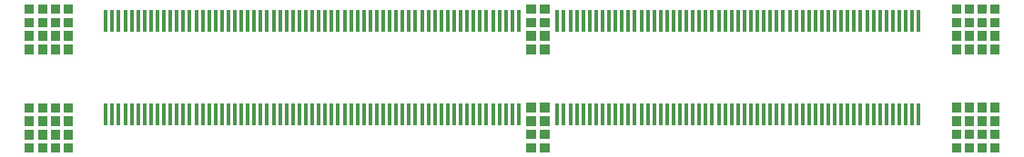
<source format=gbr>
G04 #@! TF.GenerationSoftware,KiCad,Pcbnew,5.1.5+dfsg1-2build2*
G04 #@! TF.CreationDate,2022-05-25T15:14:24+02:00*
G04 #@! TF.ProjectId,ModulAdapter,4d6f6475-6c41-4646-9170-7465722e6b69,rev?*
G04 #@! TF.SameCoordinates,Original*
G04 #@! TF.FileFunction,Paste,Top*
G04 #@! TF.FilePolarity,Positive*
%FSLAX46Y46*%
G04 Gerber Fmt 4.6, Leading zero omitted, Abs format (unit mm)*
G04 Created by KiCad (PCBNEW 5.1.5+dfsg1-2build2) date 2022-05-25 15:14:24*
%MOMM*%
%LPD*%
G04 APERTURE LIST*
%ADD10C,0.100000*%
%ADD11R,0.350000X2.000000*%
G04 APERTURE END LIST*
D10*
G36*
X102601000Y-117748500D02*
G01*
X103520000Y-117748500D01*
X103520000Y-118632200D01*
X102601000Y-118632200D01*
X102601000Y-117748500D01*
G37*
G36*
X102601000Y-116498500D02*
G01*
X103520000Y-116498500D01*
X103520000Y-117382200D01*
X102601000Y-117382200D01*
X102601000Y-116498500D01*
G37*
G36*
X101301000Y-118998500D02*
G01*
X102220000Y-118998500D01*
X102220000Y-119882200D01*
X101301000Y-119882200D01*
X101301000Y-118998500D01*
G37*
G36*
X101301000Y-116498500D02*
G01*
X102220000Y-116498500D01*
X102220000Y-117382200D01*
X101301000Y-117382200D01*
X101301000Y-116498500D01*
G37*
G36*
X101301000Y-117748500D02*
G01*
X102220000Y-117748500D01*
X102220000Y-118632200D01*
X101301000Y-118632200D01*
X101301000Y-117748500D01*
G37*
G36*
X101301000Y-120248500D02*
G01*
X102220000Y-120248500D01*
X102220000Y-121132200D01*
X101301000Y-121132200D01*
X101301000Y-120248500D01*
G37*
G36*
X102601000Y-118998500D02*
G01*
X103520000Y-118998500D01*
X103520000Y-119882200D01*
X102601000Y-119882200D01*
X102601000Y-118998500D01*
G37*
G36*
X102601000Y-120248500D02*
G01*
X103520000Y-120248500D01*
X103520000Y-121132200D01*
X102601000Y-121132200D01*
X102601000Y-120248500D01*
G37*
G36*
X101291000Y-125688500D02*
G01*
X102210000Y-125688500D01*
X102210000Y-126572200D01*
X101291000Y-126572200D01*
X101291000Y-125688500D01*
G37*
G36*
X101291000Y-126938500D02*
G01*
X102210000Y-126938500D01*
X102210000Y-127822200D01*
X101291000Y-127822200D01*
X101291000Y-126938500D01*
G37*
G36*
X102591000Y-125688500D02*
G01*
X103510000Y-125688500D01*
X103510000Y-126572200D01*
X102591000Y-126572200D01*
X102591000Y-125688500D01*
G37*
G36*
X102591000Y-126938500D02*
G01*
X103510000Y-126938500D01*
X103510000Y-127822200D01*
X102591000Y-127822200D01*
X102591000Y-126938500D01*
G37*
G36*
X101291000Y-128188500D02*
G01*
X102210000Y-128188500D01*
X102210000Y-129072200D01*
X101291000Y-129072200D01*
X101291000Y-128188500D01*
G37*
G36*
X102591000Y-128188500D02*
G01*
X103510000Y-128188500D01*
X103510000Y-129072200D01*
X102591000Y-129072200D01*
X102591000Y-128188500D01*
G37*
G36*
X102591000Y-129438500D02*
G01*
X103510000Y-129438500D01*
X103510000Y-130322200D01*
X102591000Y-130322200D01*
X102591000Y-129438500D01*
G37*
G36*
X101291000Y-129438500D02*
G01*
X102210000Y-129438500D01*
X102210000Y-130322200D01*
X101291000Y-130322200D01*
X101291000Y-129438500D01*
G37*
G36*
X57071500Y-118997000D02*
G01*
X57920000Y-118997000D01*
X57920000Y-119880000D01*
X57071500Y-119880000D01*
X57071500Y-118997000D01*
G37*
G36*
X57071500Y-120247000D02*
G01*
X57920000Y-120247000D01*
X57920000Y-121130000D01*
X57071500Y-121130000D01*
X57071500Y-120247000D01*
G37*
G36*
X55871500Y-117747000D02*
G01*
X56720000Y-117747000D01*
X56720000Y-118630000D01*
X55871500Y-118630000D01*
X55871500Y-117747000D01*
G37*
G36*
X58271500Y-116497000D02*
G01*
X59120000Y-116497000D01*
X59120000Y-117380000D01*
X58271500Y-117380000D01*
X58271500Y-116497000D01*
G37*
G36*
X55871500Y-118997000D02*
G01*
X56720000Y-118997000D01*
X56720000Y-119880000D01*
X55871500Y-119880000D01*
X55871500Y-118997000D01*
G37*
G36*
X54671500Y-117747000D02*
G01*
X55520000Y-117747000D01*
X55520000Y-118630000D01*
X54671500Y-118630000D01*
X54671500Y-117747000D01*
G37*
G36*
X54671500Y-118997000D02*
G01*
X55520000Y-118997000D01*
X55520000Y-119880000D01*
X54671500Y-119880000D01*
X54671500Y-118997000D01*
G37*
G36*
X55871500Y-116497000D02*
G01*
X56720000Y-116497000D01*
X56720000Y-117380000D01*
X55871500Y-117380000D01*
X55871500Y-116497000D01*
G37*
G36*
X55871500Y-120247000D02*
G01*
X56720000Y-120247000D01*
X56720000Y-121130000D01*
X55871500Y-121130000D01*
X55871500Y-120247000D01*
G37*
G36*
X57071500Y-116497000D02*
G01*
X57920000Y-116497000D01*
X57920000Y-117380000D01*
X57071500Y-117380000D01*
X57071500Y-116497000D01*
G37*
G36*
X58271500Y-120247000D02*
G01*
X59120000Y-120247000D01*
X59120000Y-121130000D01*
X58271500Y-121130000D01*
X58271500Y-120247000D01*
G37*
G36*
X54671500Y-120247000D02*
G01*
X55520000Y-120247000D01*
X55520000Y-121130000D01*
X54671500Y-121130000D01*
X54671500Y-120247000D01*
G37*
G36*
X54671500Y-116497000D02*
G01*
X55520000Y-116497000D01*
X55520000Y-117380000D01*
X54671500Y-117380000D01*
X54671500Y-116497000D01*
G37*
G36*
X58271500Y-117747000D02*
G01*
X59120000Y-117747000D01*
X59120000Y-118630000D01*
X58271500Y-118630000D01*
X58271500Y-117747000D01*
G37*
G36*
X57071500Y-117747000D02*
G01*
X57920000Y-117747000D01*
X57920000Y-118630000D01*
X57071500Y-118630000D01*
X57071500Y-117747000D01*
G37*
G36*
X58271500Y-118997000D02*
G01*
X59120000Y-118997000D01*
X59120000Y-119880000D01*
X58271500Y-119880000D01*
X58271500Y-118997000D01*
G37*
G36*
X55871500Y-125697000D02*
G01*
X56720000Y-125697000D01*
X56720000Y-126580000D01*
X55871500Y-126580000D01*
X55871500Y-125697000D01*
G37*
G36*
X58271500Y-125697000D02*
G01*
X59120000Y-125697000D01*
X59120000Y-126580000D01*
X58271500Y-126580000D01*
X58271500Y-125697000D01*
G37*
G36*
X54671500Y-125697000D02*
G01*
X55520000Y-125697000D01*
X55520000Y-126580000D01*
X54671500Y-126580000D01*
X54671500Y-125697000D01*
G37*
G36*
X57071500Y-125697000D02*
G01*
X57920000Y-125697000D01*
X57920000Y-126580000D01*
X57071500Y-126580000D01*
X57071500Y-125697000D01*
G37*
G36*
X55871500Y-126947000D02*
G01*
X56720000Y-126947000D01*
X56720000Y-127830000D01*
X55871500Y-127830000D01*
X55871500Y-126947000D01*
G37*
G36*
X58271500Y-126947000D02*
G01*
X59120000Y-126947000D01*
X59120000Y-127830000D01*
X58271500Y-127830000D01*
X58271500Y-126947000D01*
G37*
G36*
X57071500Y-126947000D02*
G01*
X57920000Y-126947000D01*
X57920000Y-127830000D01*
X57071500Y-127830000D01*
X57071500Y-126947000D01*
G37*
G36*
X54671500Y-126947000D02*
G01*
X55520000Y-126947000D01*
X55520000Y-127830000D01*
X54671500Y-127830000D01*
X54671500Y-126947000D01*
G37*
G36*
X55871500Y-128197000D02*
G01*
X56720000Y-128197000D01*
X56720000Y-129080000D01*
X55871500Y-129080000D01*
X55871500Y-128197000D01*
G37*
G36*
X57071500Y-128197000D02*
G01*
X57920000Y-128197000D01*
X57920000Y-129080000D01*
X57071500Y-129080000D01*
X57071500Y-128197000D01*
G37*
G36*
X58271500Y-128197000D02*
G01*
X59120000Y-128197000D01*
X59120000Y-129080000D01*
X58271500Y-129080000D01*
X58271500Y-128197000D01*
G37*
G36*
X54671500Y-128197000D02*
G01*
X55520000Y-128197000D01*
X55520000Y-129080000D01*
X54671500Y-129080000D01*
X54671500Y-128197000D01*
G37*
G36*
X55871500Y-129447000D02*
G01*
X56720000Y-129447000D01*
X56720000Y-130330000D01*
X55871500Y-130330000D01*
X55871500Y-129447000D01*
G37*
G36*
X57071500Y-129447000D02*
G01*
X57920000Y-129447000D01*
X57920000Y-130330000D01*
X57071500Y-130330000D01*
X57071500Y-129447000D01*
G37*
G36*
X58271500Y-129447000D02*
G01*
X59120000Y-129447000D01*
X59120000Y-130330000D01*
X58271500Y-130330000D01*
X58271500Y-129447000D01*
G37*
G36*
X54671500Y-129447000D02*
G01*
X55520000Y-129447000D01*
X55520000Y-130330000D01*
X54671500Y-130330000D01*
X54671500Y-129447000D01*
G37*
G36*
X142081500Y-116497000D02*
G01*
X142930000Y-116497000D01*
X142930000Y-117380000D01*
X142081500Y-117380000D01*
X142081500Y-116497000D01*
G37*
G36*
X144481500Y-116497000D02*
G01*
X145330000Y-116497000D01*
X145330000Y-117380000D01*
X144481500Y-117380000D01*
X144481500Y-116497000D01*
G37*
G36*
X140881500Y-116497000D02*
G01*
X141730000Y-116497000D01*
X141730000Y-117380000D01*
X140881500Y-117380000D01*
X140881500Y-116497000D01*
G37*
G36*
X143281500Y-116497000D02*
G01*
X144130000Y-116497000D01*
X144130000Y-117380000D01*
X143281500Y-117380000D01*
X143281500Y-116497000D01*
G37*
G36*
X142081500Y-117747000D02*
G01*
X142930000Y-117747000D01*
X142930000Y-118630000D01*
X142081500Y-118630000D01*
X142081500Y-117747000D01*
G37*
G36*
X144481500Y-117747000D02*
G01*
X145330000Y-117747000D01*
X145330000Y-118630000D01*
X144481500Y-118630000D01*
X144481500Y-117747000D01*
G37*
G36*
X143281500Y-117747000D02*
G01*
X144130000Y-117747000D01*
X144130000Y-118630000D01*
X143281500Y-118630000D01*
X143281500Y-117747000D01*
G37*
G36*
X140881500Y-117747000D02*
G01*
X141730000Y-117747000D01*
X141730000Y-118630000D01*
X140881500Y-118630000D01*
X140881500Y-117747000D01*
G37*
G36*
X142081500Y-118997000D02*
G01*
X142930000Y-118997000D01*
X142930000Y-119880000D01*
X142081500Y-119880000D01*
X142081500Y-118997000D01*
G37*
G36*
X143281500Y-118997000D02*
G01*
X144130000Y-118997000D01*
X144130000Y-119880000D01*
X143281500Y-119880000D01*
X143281500Y-118997000D01*
G37*
G36*
X144481500Y-118997000D02*
G01*
X145330000Y-118997000D01*
X145330000Y-119880000D01*
X144481500Y-119880000D01*
X144481500Y-118997000D01*
G37*
G36*
X140881500Y-118997000D02*
G01*
X141730000Y-118997000D01*
X141730000Y-119880000D01*
X140881500Y-119880000D01*
X140881500Y-118997000D01*
G37*
G36*
X142081500Y-120247000D02*
G01*
X142930000Y-120247000D01*
X142930000Y-121130000D01*
X142081500Y-121130000D01*
X142081500Y-120247000D01*
G37*
G36*
X143281500Y-120247000D02*
G01*
X144130000Y-120247000D01*
X144130000Y-121130000D01*
X143281500Y-121130000D01*
X143281500Y-120247000D01*
G37*
G36*
X144481500Y-120247000D02*
G01*
X145330000Y-120247000D01*
X145330000Y-121130000D01*
X144481500Y-121130000D01*
X144481500Y-120247000D01*
G37*
G36*
X140881500Y-120247000D02*
G01*
X141730000Y-120247000D01*
X141730000Y-121130000D01*
X140881500Y-121130000D01*
X140881500Y-120247000D01*
G37*
G36*
X142091500Y-125687000D02*
G01*
X142940000Y-125687000D01*
X142940000Y-126570000D01*
X142091500Y-126570000D01*
X142091500Y-125687000D01*
G37*
G36*
X144491500Y-125687000D02*
G01*
X145340000Y-125687000D01*
X145340000Y-126570000D01*
X144491500Y-126570000D01*
X144491500Y-125687000D01*
G37*
G36*
X140891500Y-125687000D02*
G01*
X141740000Y-125687000D01*
X141740000Y-126570000D01*
X140891500Y-126570000D01*
X140891500Y-125687000D01*
G37*
G36*
X143291500Y-125687000D02*
G01*
X144140000Y-125687000D01*
X144140000Y-126570000D01*
X143291500Y-126570000D01*
X143291500Y-125687000D01*
G37*
G36*
X142091500Y-126937000D02*
G01*
X142940000Y-126937000D01*
X142940000Y-127820000D01*
X142091500Y-127820000D01*
X142091500Y-126937000D01*
G37*
G36*
X144491500Y-126937000D02*
G01*
X145340000Y-126937000D01*
X145340000Y-127820000D01*
X144491500Y-127820000D01*
X144491500Y-126937000D01*
G37*
G36*
X143291500Y-126937000D02*
G01*
X144140000Y-126937000D01*
X144140000Y-127820000D01*
X143291500Y-127820000D01*
X143291500Y-126937000D01*
G37*
G36*
X140891500Y-126937000D02*
G01*
X141740000Y-126937000D01*
X141740000Y-127820000D01*
X140891500Y-127820000D01*
X140891500Y-126937000D01*
G37*
G36*
X142091500Y-128187000D02*
G01*
X142940000Y-128187000D01*
X142940000Y-129070000D01*
X142091500Y-129070000D01*
X142091500Y-128187000D01*
G37*
G36*
X143291500Y-128187000D02*
G01*
X144140000Y-128187000D01*
X144140000Y-129070000D01*
X143291500Y-129070000D01*
X143291500Y-128187000D01*
G37*
G36*
X144491500Y-128187000D02*
G01*
X145340000Y-128187000D01*
X145340000Y-129070000D01*
X144491500Y-129070000D01*
X144491500Y-128187000D01*
G37*
G36*
X140891500Y-128187000D02*
G01*
X141740000Y-128187000D01*
X141740000Y-129070000D01*
X140891500Y-129070000D01*
X140891500Y-128187000D01*
G37*
G36*
X142091500Y-129437000D02*
G01*
X142940000Y-129437000D01*
X142940000Y-130320000D01*
X142091500Y-130320000D01*
X142091500Y-129437000D01*
G37*
G36*
X143291500Y-129437000D02*
G01*
X144140000Y-129437000D01*
X144140000Y-130320000D01*
X143291500Y-130320000D01*
X143291500Y-129437000D01*
G37*
G36*
X144491500Y-129437000D02*
G01*
X145340000Y-129437000D01*
X145340000Y-130320000D01*
X144491500Y-130320000D01*
X144491500Y-129437000D01*
G37*
G36*
X140891500Y-129437000D02*
G01*
X141740000Y-129437000D01*
X141740000Y-130320000D01*
X140891500Y-130320000D01*
X140891500Y-129437000D01*
G37*
D11*
X62800000Y-126750000D03*
X62200000Y-126750000D03*
X63400000Y-126750000D03*
X64000000Y-126750000D03*
X64600000Y-126750000D03*
X65200000Y-126750000D03*
X65800000Y-126750000D03*
X66400000Y-126750000D03*
X67000000Y-126750000D03*
X67600000Y-126750000D03*
X68200000Y-126750000D03*
X68800000Y-126750000D03*
X69400000Y-126750000D03*
X70000000Y-126750000D03*
X70600000Y-126750000D03*
X71200000Y-126750000D03*
X71800000Y-126750000D03*
X72400000Y-126750000D03*
X73000000Y-126750000D03*
X73600000Y-126750000D03*
X74200000Y-126750000D03*
X74800000Y-126750000D03*
X75400000Y-126750000D03*
X76000000Y-126750000D03*
X76600000Y-126750000D03*
X77200000Y-126750000D03*
X77800000Y-126750000D03*
X78400000Y-126750000D03*
X79000000Y-126750000D03*
X79600000Y-126750000D03*
X80200000Y-126750000D03*
X80800000Y-126750000D03*
X81400000Y-126750000D03*
X82000000Y-126750000D03*
X82600000Y-126750000D03*
X83200000Y-126750000D03*
X83800000Y-126750000D03*
X84400000Y-126750000D03*
X85000000Y-126750000D03*
X85600000Y-126750000D03*
X86200000Y-126750000D03*
X86800000Y-126750000D03*
X87400000Y-126750000D03*
X88000000Y-126750000D03*
X88600000Y-126750000D03*
X89200000Y-126750000D03*
X90400000Y-126750000D03*
X89800000Y-126750000D03*
X91000000Y-126750000D03*
X91600000Y-126750000D03*
X92200000Y-126750000D03*
X92800000Y-126750000D03*
X93400000Y-126750000D03*
X94000000Y-126750000D03*
X94600000Y-126750000D03*
X95200000Y-126750000D03*
X95800000Y-126750000D03*
X96400000Y-126750000D03*
X97000000Y-126750000D03*
X97600000Y-126750000D03*
X98200000Y-126750000D03*
X98800000Y-126750000D03*
X99400000Y-126750000D03*
X100000000Y-126750000D03*
X100600000Y-126750000D03*
X104200000Y-126750000D03*
X104800000Y-126750000D03*
X105400000Y-126750000D03*
X106000000Y-126750000D03*
X106600000Y-126750000D03*
X107200000Y-126750000D03*
X107800000Y-126750000D03*
X108400000Y-126750000D03*
X109000000Y-126750000D03*
X109600000Y-126750000D03*
X110200000Y-126750000D03*
X110800000Y-126750000D03*
X111400000Y-126750000D03*
X112000000Y-126750000D03*
X112600000Y-126750000D03*
X113200000Y-126750000D03*
X113800000Y-126750000D03*
X114400000Y-126750000D03*
X115000000Y-126750000D03*
X115600000Y-126750000D03*
X116200000Y-126750000D03*
X116800000Y-126750000D03*
X117400000Y-126750000D03*
X118000000Y-126750000D03*
X118600000Y-126750000D03*
X119200000Y-126750000D03*
X119800000Y-126750000D03*
X120400000Y-126750000D03*
X121000000Y-126750000D03*
X121600000Y-126750000D03*
X122200000Y-126750000D03*
X122800000Y-126750000D03*
X123400000Y-126750000D03*
X124000000Y-126750000D03*
X124600000Y-126750000D03*
X125200000Y-126750000D03*
X125800000Y-126750000D03*
X126400000Y-126750000D03*
X127000000Y-126750000D03*
X127600000Y-126750000D03*
X128200000Y-126750000D03*
X128800000Y-126750000D03*
X129400000Y-126750000D03*
X130000000Y-126750000D03*
X130600000Y-126750000D03*
X131200000Y-126750000D03*
X131800000Y-126750000D03*
X132400000Y-126750000D03*
X133000000Y-126750000D03*
X133600000Y-126750000D03*
X134200000Y-126750000D03*
X134800000Y-126750000D03*
X135400000Y-126750000D03*
X136000000Y-126750000D03*
X136600000Y-126750000D03*
X137200000Y-126750000D03*
X137800000Y-126750000D03*
X62200000Y-118050000D03*
X62800000Y-118050000D03*
X63400000Y-118050000D03*
X64000000Y-118050000D03*
X64600000Y-118050000D03*
X65200000Y-118050000D03*
X65800000Y-118050000D03*
X66400000Y-118050000D03*
X67000000Y-118050000D03*
X67600000Y-118050000D03*
X68200000Y-118050000D03*
X68800000Y-118050000D03*
X69400000Y-118050000D03*
X70000000Y-118050000D03*
X70600000Y-118050000D03*
X71200000Y-118050000D03*
X71800000Y-118050000D03*
X72400000Y-118050000D03*
X73000000Y-118050000D03*
X73600000Y-118050000D03*
X74200000Y-118050000D03*
X74800000Y-118050000D03*
X75400000Y-118050000D03*
X76000000Y-118050000D03*
X76600000Y-118050000D03*
X77200000Y-118050000D03*
X77800000Y-118050000D03*
X78400000Y-118050000D03*
X79000000Y-118050000D03*
X79600000Y-118050000D03*
X80200000Y-118050000D03*
X80800000Y-118050000D03*
X81400000Y-118050000D03*
X82000000Y-118050000D03*
X82600000Y-118050000D03*
X83200000Y-118050000D03*
X83800000Y-118050000D03*
X84400000Y-118050000D03*
X85000000Y-118050000D03*
X85600000Y-118050000D03*
X86200000Y-118050000D03*
X86800000Y-118050000D03*
X87400000Y-118050000D03*
X88000000Y-118050000D03*
X88600000Y-118050000D03*
X89200000Y-118050000D03*
X89800000Y-118050000D03*
X90400000Y-118050000D03*
X91000000Y-118050000D03*
X91600000Y-118050000D03*
X92200000Y-118050000D03*
X92800000Y-118050000D03*
X93400000Y-118050000D03*
X94000000Y-118050000D03*
X94600000Y-118050000D03*
X95200000Y-118050000D03*
X95800000Y-118050000D03*
X96400000Y-118050000D03*
X97000000Y-118050000D03*
X97600000Y-118050000D03*
X98200000Y-118050000D03*
X98800000Y-118050000D03*
X99400000Y-118050000D03*
X100000000Y-118050000D03*
X100600000Y-118050000D03*
X104200000Y-118050000D03*
X104800000Y-118050000D03*
X105400000Y-118050000D03*
X106000000Y-118050000D03*
X106600000Y-118050000D03*
X107200000Y-118050000D03*
X107800000Y-118050000D03*
X108400000Y-118050000D03*
X109000000Y-118050000D03*
X109600000Y-118050000D03*
X110200000Y-118050000D03*
X110800000Y-118050000D03*
X111400000Y-118050000D03*
X112000000Y-118050000D03*
X112600000Y-118050000D03*
X113200000Y-118050000D03*
X113800000Y-118050000D03*
X114400000Y-118050000D03*
X115000000Y-118050000D03*
X115600000Y-118050000D03*
X116200000Y-118050000D03*
X116800000Y-118050000D03*
X117400000Y-118050000D03*
X118000000Y-118050000D03*
X118600000Y-118050000D03*
X119200000Y-118050000D03*
X119800000Y-118050000D03*
X120400000Y-118050000D03*
X121000000Y-118050000D03*
X121600000Y-118050000D03*
X122200000Y-118050000D03*
X122800000Y-118050000D03*
X123400000Y-118050000D03*
X124000000Y-118050000D03*
X124600000Y-118050000D03*
X125200000Y-118050000D03*
X125800000Y-118050000D03*
X126400000Y-118050000D03*
X127000000Y-118050000D03*
X127600000Y-118050000D03*
X128200000Y-118050000D03*
X128800000Y-118050000D03*
X129400000Y-118050000D03*
X130000000Y-118050000D03*
X130600000Y-118050000D03*
X131200000Y-118050000D03*
X131800000Y-118050000D03*
X132400000Y-118050000D03*
X133000000Y-118050000D03*
X133600000Y-118050000D03*
X134200000Y-118050000D03*
X134800000Y-118050000D03*
X135400000Y-118050000D03*
X136000000Y-118050000D03*
X136600000Y-118050000D03*
X137200000Y-118050000D03*
X137800000Y-118050000D03*
M02*

</source>
